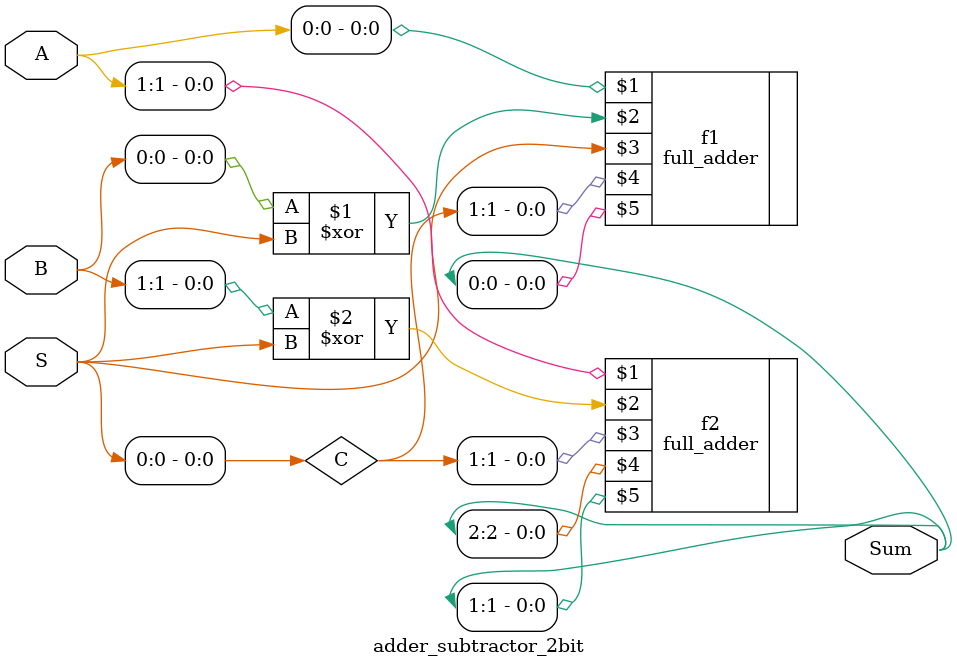
<source format=v>
`timescale 1ns / 1ps
module adder_subtractor_2bit(
 S,
 A,
 B,
 Sum);
input S;
input [1:0] A;
input [1:0] B;
output [2:0] Sum;
wire [1:0] C;
assign C[0]=S;
full_adder f1(A[0],B[0]^S,C[0],C[1],Sum[0]);
full_adder f2(A[1],B[1]^S,C[1],Sum[2],Sum[1]);
endmodule

</source>
